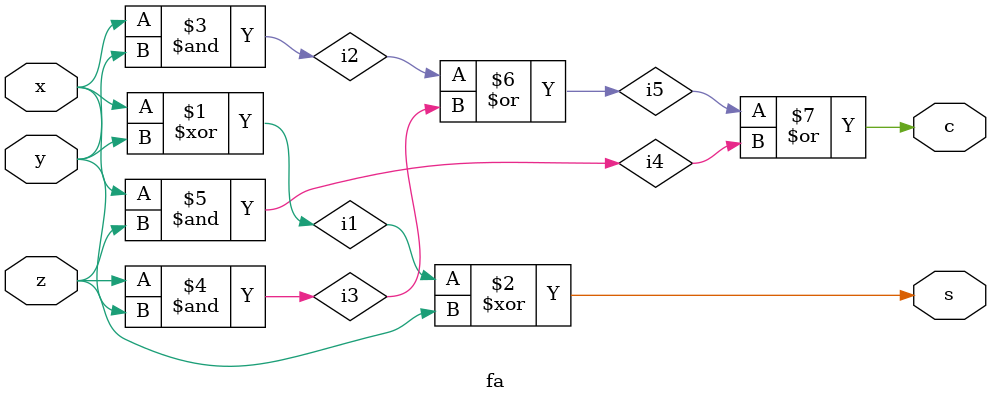
<source format=v>
module fa(x,y,z,s,c);

input x,y,z;
output s,c;

wire i1, i2,i3,i4,i5;
assign i1 = x ^ y;
assign s = i1^z;
assign i2 = x & y;
assign i3 = z & y;
assign i4 = x & z;
assign i5 = i2 | i3;
assign c = i5 | i4;

endmodule

</source>
